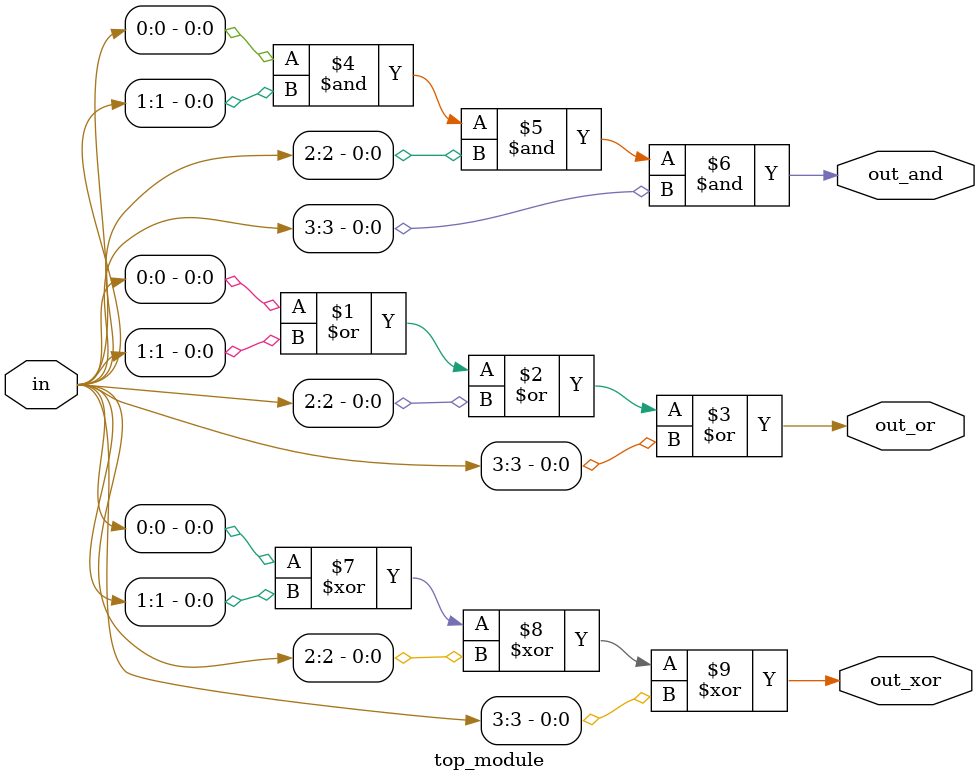
<source format=v>
module top_module( 
    input [3:0] in,
    output out_and,
    output out_or,
    output out_xor
);
    assign out_or =(in[0]|in[1]|in[2]|in[3]);
    assign out_and =(in[0]&in[1]&in[2]&in[3]);
    assign out_xor =(in[0]^in[1]^in[2]^in[3]);

endmodule

</source>
